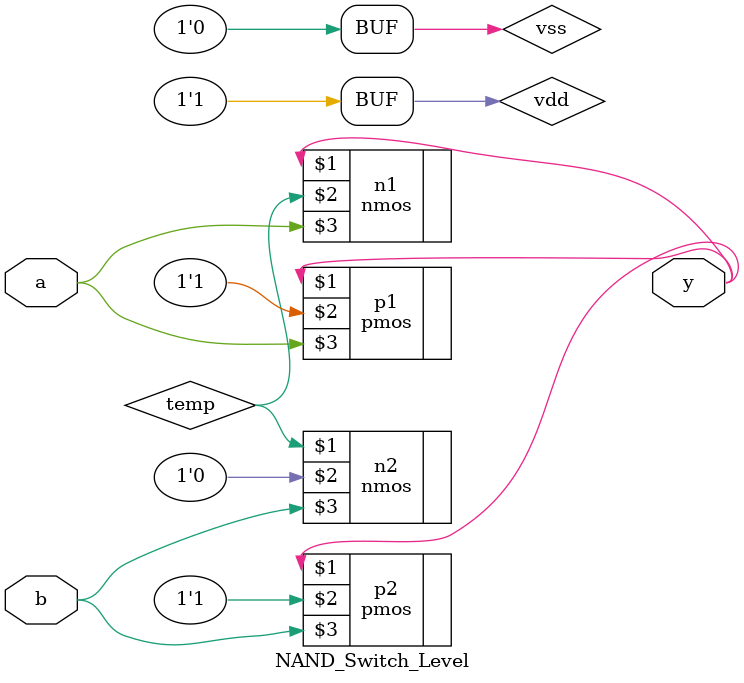
<source format=v>
`timescale 1ns / 1ps

module NAND_Switch_Level(
input a,b,
output y
);
supply1 vdd;
supply0 vss;
wire temp;
 pmos p1 (y,vdd,a);
 pmos p2 (y,vdd,b);
 
 nmos n1 (y, temp,a);
 nmos n2 (temp,vss,b );

endmodule

</source>
